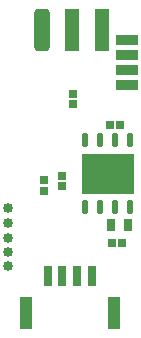
<source format=gbs>
G04*
G04 #@! TF.GenerationSoftware,Altium Limited,Altium Designer,21.6.1 (37)*
G04*
G04 Layer_Color=16711935*
%FSLAX44Y44*%
%MOMM*%
G71*
G04*
G04 #@! TF.SameCoordinates,A3892E78-241B-427D-A5EC-4F0B57241F16*
G04*
G04*
G04 #@! TF.FilePolarity,Negative*
G04*
G01*
G75*
%ADD35R,0.6600X0.7000*%
%ADD39R,0.6400X0.7000*%
%ADD40R,0.7000X0.6400*%
G04:AMPARAMS|DCode=41|XSize=1.3mm|YSize=3.6mm|CornerRadius=0.35mm|HoleSize=0mm|Usage=FLASHONLY|Rotation=180.000|XOffset=0mm|YOffset=0mm|HoleType=Round|Shape=RoundedRectangle|*
%AMROUNDEDRECTD41*
21,1,1.3000,2.9000,0,0,180.0*
21,1,0.6000,3.6000,0,0,180.0*
1,1,0.7000,-0.3000,1.4500*
1,1,0.7000,0.3000,1.4500*
1,1,0.7000,0.3000,-1.4500*
1,1,0.7000,-0.3000,-1.4500*
%
%ADD41ROUNDEDRECTD41*%
%ADD42R,1.3000X3.6000*%
%ADD49R,1.1000X2.8000*%
%ADD50R,0.7000X1.8000*%
%ADD65R,0.8000X1.0000*%
%ADD66C,0.8516*%
%ADD67R,4.4000X3.5000*%
G04:AMPARAMS|DCode=68|XSize=1.14mm|YSize=0.54mm|CornerRadius=0.105mm|HoleSize=0mm|Usage=FLASHONLY|Rotation=90.000|XOffset=0mm|YOffset=0mm|HoleType=Round|Shape=RoundedRectangle|*
%AMROUNDEDRECTD68*
21,1,1.1400,0.3300,0,0,90.0*
21,1,0.9300,0.5400,0,0,90.0*
1,1,0.2100,0.1650,0.4650*
1,1,0.2100,0.1650,-0.4650*
1,1,0.2100,-0.1650,-0.4650*
1,1,0.2100,-0.1650,0.4650*
%
%ADD68ROUNDEDRECTD68*%
%ADD69R,1.9000X0.9000*%
D35*
X378350Y75000D02*
D03*
X369650D02*
D03*
D39*
X368000Y175000D02*
D03*
X376640D02*
D03*
D40*
X312000Y128320D02*
D03*
Y119680D02*
D03*
X327000Y123680D02*
D03*
Y132320D02*
D03*
X337000Y192680D02*
D03*
Y201320D02*
D03*
D41*
X310600Y256000D02*
D03*
D42*
X361400D02*
D03*
X336000D02*
D03*
D49*
X296750Y15750D02*
D03*
X371250D02*
D03*
D50*
X315250Y47750D02*
D03*
X327750D02*
D03*
X352750D02*
D03*
X340250D02*
D03*
D65*
X383500Y91000D02*
D03*
X368500D02*
D03*
D66*
X282000Y105000D02*
D03*
X282000Y92000D02*
D03*
Y80000D02*
D03*
Y68000D02*
D03*
X282000Y56000D02*
D03*
D67*
X366000Y134000D02*
D03*
D68*
X385050Y162450D02*
D03*
X372350D02*
D03*
X359650D02*
D03*
X346950D02*
D03*
Y105550D02*
D03*
X359650D02*
D03*
X372350D02*
D03*
X385050D02*
D03*
D69*
X382000Y247000D02*
D03*
Y234500D02*
D03*
Y222000D02*
D03*
Y209500D02*
D03*
M02*

</source>
